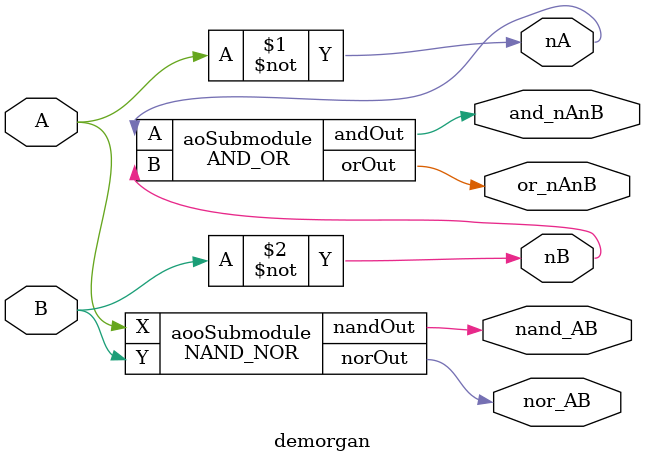
<source format=v>
module AND_OR(andOut, orOut, A, B);
   output andOut, orOut;
   input A, B;
   and TheAndGate (andOut, A, B);
   or TheOrGate (orOut, A, B);
endmodule

// Compute the logical NAND and NOR of inputs X and Y.
module NAND_NOR(nandOut, norOut, X, Y);
   output nandOut, norOut;
   input X, Y;
   wire andVal, orVal;
   AND_OR aoSubmodule (andVal, orVal, X, Y);
   not n1 (nandOut, andVal);
   not n2 (norOut, orVal);
endmodule 

//Given A and B, calculate the notA, notB, AND of notA and notB, OR of notA notB, NAND of A and B, NOR of A and B from input A and B
module demorgan(A, B, nA, nB, and_nAnB, or_nAnB, nand_AB, nor_AB);
  output nA, nB, and_nAnB, or_nAnB, nand_AB, nor_AB;
  input A,B; 
  wire nA, nB;
  //find nA and nB
  not Ainv(nA, A);    // Top inverter is named Ainv, takes signal A as input and produces signal nA
  not Binv(nB, B);

  //Pass nA and nB into AND_OR submodule and calculate and_nAnB and or_nAnB
  AND_OR aoSubmodule (and_nAnB, or_nAnB, nA, nB);

  //Pass A and B into NAND_NOR submodule and calcualte nand_AB and nor_AB
  NAND_NOR aooSubmodule (nand_AB, nor_AB, A, B);

endmodule


</source>
